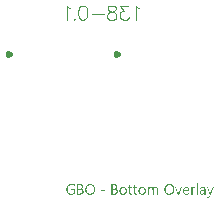
<source format=gbo>
G04*
G04 #@! TF.GenerationSoftware,Altium Limited,Altium Designer,22.11.1 (43)*
G04*
G04 Layer_Color=32896*
%FSLAX44Y44*%
%MOMM*%
G71*
G04*
G04 #@! TF.SameCoordinates,218574FE-C399-4EC2-8256-894566C44971*
G04*
G04*
G04 #@! TF.FilePolarity,Positive*
G04*
G01*
G75*
%ADD27C,0.4001*%
%ADD28C,0.1200*%
G36*
X711144Y449698D02*
X711270Y449690D01*
X711419Y449683D01*
X711576Y449667D01*
X711756Y449643D01*
X711945Y449620D01*
X712141Y449588D01*
X712345Y449549D01*
X712549Y449502D01*
X712753Y449447D01*
X712957Y449384D01*
X713161Y449314D01*
X713350Y449227D01*
X713350Y448074D01*
X713334Y448081D01*
X713302Y448105D01*
X713240Y448136D01*
X713161Y448183D01*
X713051Y448231D01*
X712926Y448293D01*
X712784Y448348D01*
X712620Y448419D01*
X712447Y448482D01*
X712251Y448544D01*
X712039Y448599D01*
X711811Y448646D01*
X711568Y448694D01*
X711317Y448725D01*
X711058Y448749D01*
X710783Y448756D01*
X710720Y448756D01*
X710642Y448749D01*
X710532Y448741D01*
X710406Y448725D01*
X710257Y448701D01*
X710092Y448670D01*
X709912Y448631D01*
X709724Y448576D01*
X709527Y448505D01*
X709323Y448419D01*
X709111Y448317D01*
X708907Y448199D01*
X708711Y448066D01*
X708515Y447901D01*
X708326Y447720D01*
X708319Y447713D01*
X708287Y447673D01*
X708240Y447618D01*
X708177Y447532D01*
X708107Y447430D01*
X708020Y447312D01*
X707934Y447163D01*
X707848Y446998D01*
X707761Y446818D01*
X707675Y446614D01*
X707589Y446394D01*
X707518Y446158D01*
X707455Y445907D01*
X707408Y445640D01*
X707377Y445350D01*
X707369Y445052D01*
X707369Y445044D01*
X707369Y445036D01*
X707369Y445013D01*
X707369Y444981D01*
X707369Y444934D01*
X707377Y444887D01*
X707385Y444769D01*
X707392Y444628D01*
X707416Y444463D01*
X707439Y444283D01*
X707479Y444086D01*
X707526Y443875D01*
X707589Y443655D01*
X707659Y443435D01*
X707746Y443207D01*
X707848Y442988D01*
X707965Y442776D01*
X708099Y442572D01*
X708256Y442383D01*
X708264Y442375D01*
X708295Y442344D01*
X708350Y442297D01*
X708421Y442234D01*
X708507Y442164D01*
X708617Y442077D01*
X708742Y441991D01*
X708892Y441904D01*
X709056Y441810D01*
X709237Y441724D01*
X709433Y441646D01*
X709653Y441567D01*
X709880Y441504D01*
X710132Y441457D01*
X710391Y441426D01*
X710673Y441418D01*
X710775Y441418D01*
X710846Y441426D01*
X710940Y441434D01*
X711042Y441441D01*
X711160Y441449D01*
X711293Y441473D01*
X711427Y441488D01*
X711576Y441520D01*
X711874Y441591D01*
X712031Y441638D01*
X712180Y441700D01*
X712329Y441763D01*
X712478Y441834D01*
X712478Y444338D01*
X710524Y444338D01*
X710524Y445287D01*
X713530Y445287D01*
X713530Y441237D01*
X713514Y441230D01*
X713467Y441206D01*
X713397Y441167D01*
X713295Y441120D01*
X713169Y441065D01*
X713020Y441002D01*
X712847Y440931D01*
X712651Y440861D01*
X712439Y440790D01*
X712204Y440719D01*
X711960Y440657D01*
X711701Y440602D01*
X711427Y440555D01*
X711136Y440515D01*
X710846Y440492D01*
X710540Y440484D01*
X710453Y440484D01*
X710414Y440492D01*
X710359Y440492D01*
X710296Y440500D01*
X710226Y440500D01*
X710061Y440523D01*
X709873Y440547D01*
X709669Y440586D01*
X709441Y440641D01*
X709198Y440704D01*
X708947Y440782D01*
X708688Y440884D01*
X708428Y441002D01*
X708169Y441143D01*
X707918Y441308D01*
X707675Y441496D01*
X707447Y441708D01*
X707432Y441724D01*
X707400Y441763D01*
X707337Y441834D01*
X707267Y441936D01*
X707173Y442054D01*
X707078Y442203D01*
X706969Y442383D01*
X706859Y442579D01*
X706749Y442799D01*
X706639Y443050D01*
X706545Y443317D01*
X706451Y443608D01*
X706380Y443914D01*
X706317Y444251D01*
X706286Y444604D01*
X706270Y444973D01*
X706270Y444981D01*
X706270Y444997D01*
X706270Y445028D01*
X706270Y445067D01*
X706278Y445115D01*
X706278Y445177D01*
X706286Y445240D01*
X706294Y445319D01*
X706301Y445405D01*
X706309Y445491D01*
X706341Y445695D01*
X706380Y445931D01*
X706435Y446174D01*
X706506Y446441D01*
X706592Y446716D01*
X706694Y446998D01*
X706820Y447281D01*
X706976Y447563D01*
X707149Y447846D01*
X707353Y448113D01*
X707581Y448372D01*
X707597Y448387D01*
X707644Y448427D01*
X707714Y448497D01*
X707816Y448584D01*
X707950Y448678D01*
X708099Y448796D01*
X708279Y448913D01*
X708491Y449039D01*
X708719Y449165D01*
X708970Y449282D01*
X709237Y449400D01*
X709535Y449494D01*
X709849Y449580D01*
X710179Y449651D01*
X710532Y449690D01*
X710901Y449706D01*
X711042Y449706D01*
X711144Y449698D01*
X711144Y449698D02*
G37*
G36*
X782378Y447147D02*
X782425Y447147D01*
X782480Y447140D01*
X782613Y447116D01*
X782770Y447077D01*
X782951Y447022D01*
X783139Y446936D01*
X783335Y446833D01*
X783438Y446763D01*
X783532Y446692D01*
X783626Y446614D01*
X783720Y446520D01*
X783814Y446417D01*
X783901Y446308D01*
X783979Y446190D01*
X784058Y446056D01*
X784128Y445915D01*
X784191Y445758D01*
X784246Y445593D01*
X784301Y445413D01*
X784332Y445224D01*
X784364Y445013D01*
X784379Y444793D01*
X784387Y444557D01*
X784387Y440633D01*
X783367Y440633D01*
X783367Y444291D01*
X783367Y444306D01*
X783367Y444338D01*
X783367Y444393D01*
X783359Y444463D01*
X783359Y444549D01*
X783351Y444651D01*
X783343Y444761D01*
X783328Y444879D01*
X783288Y445130D01*
X783226Y445381D01*
X783194Y445507D01*
X783147Y445617D01*
X783092Y445727D01*
X783037Y445821D01*
X783037Y445829D01*
X783021Y445844D01*
X783006Y445868D01*
X782974Y445892D01*
X782943Y445931D01*
X782896Y445970D01*
X782841Y446009D01*
X782778Y446056D01*
X782708Y446104D01*
X782629Y446143D01*
X782535Y446182D01*
X782441Y446221D01*
X782331Y446245D01*
X782205Y446268D01*
X782080Y446284D01*
X781938Y446292D01*
X781876Y446292D01*
X781829Y446284D01*
X781774Y446276D01*
X781711Y446260D01*
X781554Y446221D01*
X781468Y446190D01*
X781381Y446143D01*
X781287Y446096D01*
X781201Y446041D01*
X781106Y445970D01*
X781012Y445892D01*
X780918Y445797D01*
X780832Y445695D01*
X780824Y445687D01*
X780816Y445672D01*
X780792Y445633D01*
X780761Y445593D01*
X780730Y445531D01*
X780691Y445460D01*
X780643Y445381D01*
X780604Y445295D01*
X780565Y445193D01*
X780518Y445083D01*
X780479Y444966D01*
X780447Y444840D01*
X780416Y444706D01*
X780400Y444565D01*
X780384Y444424D01*
X780377Y444267D01*
X780377Y440633D01*
X779356Y440633D01*
X779356Y444416D01*
X779356Y444424D01*
X779356Y444440D01*
X779356Y444463D01*
X779356Y444495D01*
X779348Y444542D01*
X779348Y444589D01*
X779333Y444706D01*
X779309Y444848D01*
X779278Y445013D01*
X779239Y445177D01*
X779176Y445358D01*
X779097Y445531D01*
X779003Y445695D01*
X778885Y445860D01*
X778744Y446002D01*
X778579Y446119D01*
X778485Y446166D01*
X778383Y446213D01*
X778273Y446245D01*
X778163Y446268D01*
X778038Y446284D01*
X777904Y446292D01*
X777841Y446292D01*
X777794Y446284D01*
X777732Y446276D01*
X777669Y446260D01*
X777512Y446221D01*
X777426Y446190D01*
X777339Y446151D01*
X777245Y446111D01*
X777151Y446056D01*
X777057Y445986D01*
X776962Y445915D01*
X776876Y445829D01*
X776790Y445727D01*
X776782Y445719D01*
X776774Y445703D01*
X776750Y445672D01*
X776719Y445625D01*
X776688Y445570D01*
X776656Y445507D01*
X776617Y445429D01*
X776578Y445334D01*
X776531Y445232D01*
X776491Y445122D01*
X776460Y445005D01*
X776429Y444879D01*
X776397Y444738D01*
X776374Y444589D01*
X776366Y444432D01*
X776358Y444267D01*
X776358Y440633D01*
X775338Y440633D01*
X775338Y447006D01*
X776358Y447006D01*
X776358Y445994D01*
X776382Y445994D01*
X776389Y446009D01*
X776413Y446041D01*
X776452Y446104D01*
X776507Y446174D01*
X776578Y446260D01*
X776664Y446362D01*
X776766Y446465D01*
X776884Y446574D01*
X777017Y446684D01*
X777167Y446786D01*
X777331Y446888D01*
X777504Y446975D01*
X777700Y447045D01*
X777912Y447108D01*
X778132Y447140D01*
X778367Y447155D01*
X778430Y447155D01*
X778477Y447147D01*
X778532Y447147D01*
X778603Y447140D01*
X778673Y447124D01*
X778752Y447108D01*
X778932Y447069D01*
X779121Y446998D01*
X779309Y446912D01*
X779403Y446849D01*
X779498Y446786D01*
X779505Y446778D01*
X779521Y446771D01*
X779545Y446747D01*
X779576Y446724D01*
X779662Y446637D01*
X779764Y446535D01*
X779874Y446394D01*
X779984Y446229D01*
X780086Y446041D01*
X780165Y445829D01*
X780173Y445844D01*
X780196Y445884D01*
X780243Y445954D01*
X780298Y446033D01*
X780377Y446135D01*
X780463Y446253D01*
X780573Y446370D01*
X780698Y446496D01*
X780840Y446614D01*
X780997Y446739D01*
X781169Y446849D01*
X781358Y446951D01*
X781570Y447030D01*
X781789Y447100D01*
X782033Y447140D01*
X782284Y447155D01*
X782339Y447155D01*
X782378Y447147D01*
X782378Y447147D02*
G37*
G36*
X815044Y447108D02*
X815130Y447108D01*
X815224Y447092D01*
X815326Y447077D01*
X815428Y447061D01*
X815515Y447030D01*
X815515Y445970D01*
X815499Y445978D01*
X815468Y446002D01*
X815405Y446033D01*
X815319Y446072D01*
X815201Y446111D01*
X815075Y446143D01*
X814918Y446166D01*
X814738Y446174D01*
X814675Y446174D01*
X814628Y446166D01*
X814573Y446158D01*
X814510Y446143D01*
X814361Y446096D01*
X814275Y446064D01*
X814188Y446025D01*
X814094Y445970D01*
X814000Y445915D01*
X813914Y445844D01*
X813820Y445758D01*
X813733Y445664D01*
X813647Y445554D01*
X813639Y445546D01*
X813631Y445523D01*
X813607Y445491D01*
X813576Y445444D01*
X813545Y445381D01*
X813505Y445303D01*
X813466Y445217D01*
X813427Y445115D01*
X813388Y445005D01*
X813348Y444879D01*
X813309Y444738D01*
X813278Y444589D01*
X813247Y444424D01*
X813223Y444251D01*
X813215Y444071D01*
X813207Y443875D01*
X813207Y440633D01*
X812187Y440633D01*
X812187Y447006D01*
X813207Y447006D01*
X813207Y445687D01*
X813231Y445687D01*
X813231Y445695D01*
X813239Y445719D01*
X813254Y445750D01*
X813270Y445797D01*
X813294Y445852D01*
X813325Y445923D01*
X813396Y446072D01*
X813490Y446245D01*
X813607Y446417D01*
X813741Y446582D01*
X813898Y446739D01*
X813906Y446747D01*
X813922Y446755D01*
X813945Y446771D01*
X813976Y446802D01*
X814016Y446826D01*
X814071Y446857D01*
X814188Y446928D01*
X814337Y446998D01*
X814510Y447061D01*
X814698Y447100D01*
X814800Y447108D01*
X814903Y447116D01*
X814965Y447116D01*
X815044Y447108D01*
X815044Y447108D02*
G37*
G36*
X739132Y443780D02*
X735734Y443780D01*
X735734Y444581D01*
X739132Y444581D01*
X739132Y443780D01*
X739132Y443780D02*
G37*
G36*
X828332Y439613D02*
X828332Y439605D01*
X828324Y439589D01*
X828308Y439566D01*
X828292Y439526D01*
X828277Y439479D01*
X828253Y439432D01*
X828190Y439307D01*
X828104Y439157D01*
X828010Y438985D01*
X827892Y438812D01*
X827759Y438624D01*
X827609Y438443D01*
X827445Y438263D01*
X827264Y438090D01*
X827068Y437941D01*
X826856Y437815D01*
X826746Y437768D01*
X826628Y437721D01*
X826511Y437682D01*
X826385Y437658D01*
X826260Y437643D01*
X826126Y437635D01*
X826063Y437635D01*
X825985Y437643D01*
X825891Y437643D01*
X825789Y437658D01*
X825679Y437674D01*
X825561Y437690D01*
X825459Y437721D01*
X825459Y438632D01*
X825475Y438624D01*
X825514Y438616D01*
X825577Y438600D01*
X825655Y438577D01*
X825749Y438553D01*
X825851Y438537D01*
X825961Y438530D01*
X826063Y438522D01*
X826095Y438522D01*
X826134Y438530D01*
X826189Y438537D01*
X826252Y438553D01*
X826330Y438569D01*
X826409Y438600D01*
X826503Y438639D01*
X826589Y438687D01*
X826691Y438749D01*
X826785Y438820D01*
X826880Y438906D01*
X826974Y439016D01*
X827068Y439134D01*
X827146Y439275D01*
X827225Y439440D01*
X827735Y440641D01*
X825247Y447006D01*
X826377Y447006D01*
X828104Y442101D01*
X828104Y442093D01*
X828112Y442077D01*
X828120Y442054D01*
X828135Y442006D01*
X828151Y441944D01*
X828167Y441857D01*
X828198Y441748D01*
X828230Y441614D01*
X828269Y441614D01*
X828269Y441622D01*
X828277Y441646D01*
X828284Y441677D01*
X828300Y441732D01*
X828316Y441795D01*
X828332Y441873D01*
X828363Y441975D01*
X828394Y442085D01*
X830207Y447006D01*
X831259Y447006D01*
X828332Y439613D01*
X828332Y439613D02*
G37*
G36*
X801890Y440633D02*
X800885Y440633D01*
X798475Y447006D01*
X799590Y447006D01*
X801215Y442375D01*
X801215Y442368D01*
X801223Y442352D01*
X801230Y442328D01*
X801246Y442289D01*
X801262Y442242D01*
X801277Y442195D01*
X801309Y442069D01*
X801348Y441936D01*
X801387Y441787D01*
X801411Y441630D01*
X801434Y441481D01*
X801458Y441481D01*
X801458Y441488D01*
X801458Y441504D01*
X801466Y441528D01*
X801474Y441559D01*
X801474Y441606D01*
X801489Y441653D01*
X801505Y441771D01*
X801536Y441904D01*
X801568Y442046D01*
X801615Y442195D01*
X801662Y442344D01*
X803349Y447006D01*
X804425Y447006D01*
X801890Y440633D01*
X801890Y440633D02*
G37*
G36*
X822115Y447147D02*
X822170Y447147D01*
X822225Y447140D01*
X822296Y447132D01*
X822374Y447116D01*
X822539Y447085D01*
X822736Y447030D01*
X822932Y446959D01*
X823144Y446857D01*
X823355Y446731D01*
X823457Y446661D01*
X823560Y446574D01*
X823654Y446480D01*
X823748Y446386D01*
X823834Y446276D01*
X823913Y446151D01*
X823991Y446025D01*
X824062Y445884D01*
X824117Y445727D01*
X824172Y445562D01*
X824211Y445389D01*
X824242Y445193D01*
X824258Y444997D01*
X824266Y444777D01*
X824266Y440633D01*
X823246Y440633D01*
X823246Y441622D01*
X823222Y441622D01*
X823214Y441606D01*
X823191Y441575D01*
X823151Y441520D01*
X823096Y441441D01*
X823026Y441355D01*
X822940Y441261D01*
X822845Y441159D01*
X822728Y441057D01*
X822594Y440947D01*
X822453Y440845D01*
X822288Y440751D01*
X822115Y440664D01*
X821919Y440586D01*
X821715Y440531D01*
X821495Y440500D01*
X821260Y440484D01*
X821166Y440484D01*
X821103Y440492D01*
X821024Y440500D01*
X820930Y440508D01*
X820828Y440523D01*
X820718Y440547D01*
X820475Y440610D01*
X820357Y440649D01*
X820232Y440696D01*
X820106Y440751D01*
X819988Y440821D01*
X819879Y440900D01*
X819769Y440986D01*
X819761Y440994D01*
X819745Y441010D01*
X819722Y441041D01*
X819682Y441080D01*
X819643Y441128D01*
X819604Y441190D01*
X819549Y441261D01*
X819502Y441339D01*
X819455Y441434D01*
X819408Y441536D01*
X819361Y441646D01*
X819321Y441763D01*
X819282Y441889D01*
X819258Y442022D01*
X819243Y442171D01*
X819235Y442321D01*
X819235Y442328D01*
X819235Y442344D01*
X819235Y442368D01*
X819243Y442399D01*
X819243Y442438D01*
X819251Y442485D01*
X819266Y442603D01*
X819298Y442744D01*
X819345Y442901D01*
X819408Y443074D01*
X819502Y443255D01*
X819612Y443435D01*
X819745Y443615D01*
X819831Y443702D01*
X819918Y443788D01*
X820020Y443875D01*
X820122Y443953D01*
X820240Y444031D01*
X820365Y444102D01*
X820499Y444165D01*
X820648Y444228D01*
X820805Y444283D01*
X820969Y444330D01*
X821150Y444369D01*
X821338Y444400D01*
X823246Y444667D01*
X823246Y444675D01*
X823246Y444683D01*
X823246Y444706D01*
X823246Y444738D01*
X823238Y444816D01*
X823222Y444918D01*
X823206Y445044D01*
X823175Y445185D01*
X823136Y445326D01*
X823081Y445484D01*
X823010Y445633D01*
X822924Y445782D01*
X822822Y445915D01*
X822696Y446041D01*
X822539Y446143D01*
X822367Y446221D01*
X822272Y446253D01*
X822162Y446276D01*
X822053Y446284D01*
X821935Y446292D01*
X821880Y446292D01*
X821825Y446284D01*
X821739Y446276D01*
X821637Y446268D01*
X821519Y446253D01*
X821385Y446229D01*
X821244Y446198D01*
X821087Y446151D01*
X820922Y446104D01*
X820750Y446041D01*
X820569Y445962D01*
X820389Y445868D01*
X820208Y445766D01*
X820028Y445648D01*
X819855Y445507D01*
X819855Y446551D01*
X819863Y446559D01*
X819894Y446574D01*
X819949Y446606D01*
X820020Y446645D01*
X820114Y446692D01*
X820216Y446739D01*
X820342Y446794D01*
X820483Y446857D01*
X820632Y446912D01*
X820797Y446967D01*
X820977Y447014D01*
X821166Y447061D01*
X821370Y447100D01*
X821574Y447132D01*
X821794Y447147D01*
X822021Y447155D01*
X822076Y447155D01*
X822115Y447147D01*
X822115Y447147D02*
G37*
G36*
X817642Y440633D02*
X816621Y440633D01*
X816621Y450067D01*
X817642Y450067D01*
X817642Y440633D01*
X817642Y440633D02*
G37*
G36*
X747326Y449549D02*
X747420Y449541D01*
X747530Y449525D01*
X747656Y449510D01*
X747797Y449486D01*
X747938Y449455D01*
X748087Y449416D01*
X748244Y449369D01*
X748393Y449314D01*
X748550Y449251D01*
X748692Y449172D01*
X748833Y449086D01*
X748967Y448984D01*
X748974Y448976D01*
X748998Y448960D01*
X749029Y448929D01*
X749069Y448882D01*
X749123Y448827D01*
X749178Y448756D01*
X749241Y448678D01*
X749304Y448591D01*
X749367Y448489D01*
X749429Y448380D01*
X749484Y448254D01*
X749539Y448128D01*
X749579Y447987D01*
X749610Y447838D01*
X749634Y447681D01*
X749641Y447516D01*
X749641Y447508D01*
X749641Y447485D01*
X749641Y447446D01*
X749634Y447391D01*
X749626Y447320D01*
X749618Y447249D01*
X749610Y447163D01*
X749594Y447069D01*
X749539Y446857D01*
X749469Y446637D01*
X749422Y446520D01*
X749367Y446410D01*
X749304Y446300D01*
X749233Y446190D01*
X749225Y446182D01*
X749218Y446166D01*
X749194Y446135D01*
X749155Y446096D01*
X749116Y446056D01*
X749069Y446002D01*
X749006Y445947D01*
X748943Y445884D01*
X748864Y445821D01*
X748778Y445750D01*
X748684Y445687D01*
X748582Y445617D01*
X748472Y445554D01*
X748362Y445499D01*
X748103Y445397D01*
X748103Y445374D01*
X748111Y445374D01*
X748142Y445366D01*
X748189Y445358D01*
X748252Y445350D01*
X748331Y445334D01*
X748417Y445311D01*
X748519Y445279D01*
X748621Y445248D01*
X748849Y445162D01*
X748974Y445107D01*
X749092Y445036D01*
X749210Y444966D01*
X749327Y444887D01*
X749445Y444793D01*
X749547Y444691D01*
X749555Y444683D01*
X749571Y444667D01*
X749594Y444636D01*
X749634Y444589D01*
X749673Y444526D01*
X749720Y444463D01*
X749767Y444377D01*
X749822Y444291D01*
X749869Y444188D01*
X749916Y444071D01*
X749963Y443953D01*
X750003Y443820D01*
X750042Y443670D01*
X750065Y443521D01*
X750081Y443364D01*
X750089Y443192D01*
X750089Y443176D01*
X750089Y443145D01*
X750081Y443082D01*
X750073Y443003D01*
X750065Y442901D01*
X750042Y442791D01*
X750018Y442666D01*
X749987Y442532D01*
X749940Y442383D01*
X749885Y442234D01*
X749822Y442085D01*
X749743Y441928D01*
X749649Y441771D01*
X749539Y441622D01*
X749414Y441481D01*
X749265Y441339D01*
X749257Y441332D01*
X749225Y441308D01*
X749178Y441277D01*
X749116Y441230D01*
X749037Y441175D01*
X748935Y441120D01*
X748825Y441049D01*
X748700Y440986D01*
X748550Y440923D01*
X748393Y440861D01*
X748229Y440798D01*
X748040Y440743D01*
X747844Y440696D01*
X747640Y440664D01*
X747420Y440641D01*
X747193Y440633D01*
X744595Y440633D01*
X744595Y449557D01*
X747240Y449557D01*
X747326Y449549D01*
X747326Y449549D02*
G37*
G36*
X718333Y449549D02*
X718428Y449541D01*
X718538Y449525D01*
X718663Y449510D01*
X718804Y449486D01*
X718946Y449455D01*
X719095Y449416D01*
X719252Y449369D01*
X719401Y449314D01*
X719558Y449251D01*
X719699Y449172D01*
X719840Y449086D01*
X719974Y448984D01*
X719982Y448976D01*
X720005Y448960D01*
X720036Y448929D01*
X720076Y448882D01*
X720131Y448827D01*
X720186Y448756D01*
X720248Y448678D01*
X720311Y448591D01*
X720374Y448489D01*
X720437Y448380D01*
X720492Y448254D01*
X720547Y448128D01*
X720586Y447987D01*
X720617Y447838D01*
X720641Y447681D01*
X720649Y447516D01*
X720649Y447508D01*
X720649Y447485D01*
X720649Y447446D01*
X720641Y447391D01*
X720633Y447320D01*
X720625Y447249D01*
X720617Y447163D01*
X720602Y447069D01*
X720547Y446857D01*
X720476Y446637D01*
X720429Y446520D01*
X720374Y446410D01*
X720311Y446300D01*
X720241Y446190D01*
X720233Y446182D01*
X720225Y446166D01*
X720201Y446135D01*
X720162Y446096D01*
X720123Y446056D01*
X720076Y446002D01*
X720013Y445947D01*
X719950Y445884D01*
X719872Y445821D01*
X719785Y445750D01*
X719691Y445687D01*
X719589Y445617D01*
X719479Y445554D01*
X719369Y445499D01*
X719110Y445397D01*
X719110Y445374D01*
X719118Y445374D01*
X719150Y445366D01*
X719197Y445358D01*
X719259Y445350D01*
X719338Y445334D01*
X719424Y445311D01*
X719526Y445279D01*
X719628Y445248D01*
X719856Y445162D01*
X719982Y445107D01*
X720099Y445036D01*
X720217Y444966D01*
X720335Y444887D01*
X720452Y444793D01*
X720555Y444691D01*
X720562Y444683D01*
X720578Y444667D01*
X720602Y444636D01*
X720641Y444589D01*
X720680Y444526D01*
X720727Y444463D01*
X720774Y444377D01*
X720829Y444291D01*
X720876Y444188D01*
X720923Y444071D01*
X720971Y443953D01*
X721010Y443820D01*
X721049Y443670D01*
X721072Y443521D01*
X721088Y443364D01*
X721096Y443192D01*
X721096Y443176D01*
X721096Y443145D01*
X721088Y443082D01*
X721080Y443003D01*
X721072Y442901D01*
X721049Y442791D01*
X721025Y442666D01*
X720994Y442532D01*
X720947Y442383D01*
X720892Y442234D01*
X720829Y442085D01*
X720751Y441928D01*
X720657Y441771D01*
X720547Y441622D01*
X720421Y441481D01*
X720272Y441339D01*
X720264Y441332D01*
X720233Y441308D01*
X720186Y441277D01*
X720123Y441230D01*
X720044Y441175D01*
X719942Y441120D01*
X719833Y441049D01*
X719707Y440986D01*
X719558Y440923D01*
X719401Y440861D01*
X719236Y440798D01*
X719048Y440743D01*
X718851Y440696D01*
X718647Y440664D01*
X718428Y440641D01*
X718200Y440633D01*
X715602Y440633D01*
X715602Y449557D01*
X718247Y449557D01*
X718333Y449549D01*
X718333Y449549D02*
G37*
G36*
X764899Y447006D02*
X766508Y447006D01*
X766508Y446127D01*
X764899Y446127D01*
X764899Y442540D01*
X764899Y442532D01*
X764899Y442509D01*
X764899Y442477D01*
X764899Y442438D01*
X764907Y442383D01*
X764915Y442321D01*
X764930Y442187D01*
X764954Y442030D01*
X764993Y441881D01*
X765048Y441740D01*
X765080Y441677D01*
X765119Y441622D01*
X765127Y441614D01*
X765158Y441583D01*
X765213Y441536D01*
X765292Y441488D01*
X765394Y441434D01*
X765519Y441394D01*
X765668Y441363D01*
X765841Y441347D01*
X765904Y441347D01*
X765974Y441355D01*
X766069Y441371D01*
X766171Y441402D01*
X766288Y441434D01*
X766398Y441488D01*
X766508Y441559D01*
X766508Y440688D01*
X766500Y440688D01*
X766492Y440680D01*
X766469Y440672D01*
X766445Y440657D01*
X766359Y440625D01*
X766257Y440594D01*
X766116Y440562D01*
X765951Y440531D01*
X765762Y440508D01*
X765551Y440500D01*
X765480Y440500D01*
X765394Y440515D01*
X765292Y440531D01*
X765166Y440555D01*
X765025Y440602D01*
X764868Y440657D01*
X764719Y440735D01*
X764562Y440829D01*
X764405Y440955D01*
X764263Y441104D01*
X764201Y441190D01*
X764138Y441284D01*
X764083Y441386D01*
X764036Y441496D01*
X763989Y441614D01*
X763949Y441748D01*
X763918Y441881D01*
X763895Y442030D01*
X763887Y442187D01*
X763879Y442360D01*
X763879Y446127D01*
X762788Y446127D01*
X762788Y447006D01*
X763879Y447006D01*
X763879Y448560D01*
X764899Y448890D01*
X764899Y447006D01*
X764899Y447006D02*
G37*
G36*
X760582Y447006D02*
X762191Y447006D01*
X762191Y446127D01*
X760582Y446127D01*
X760582Y442540D01*
X760582Y442532D01*
X760582Y442509D01*
X760582Y442477D01*
X760582Y442438D01*
X760590Y442383D01*
X760598Y442321D01*
X760614Y442187D01*
X760637Y442030D01*
X760677Y441881D01*
X760732Y441740D01*
X760763Y441677D01*
X760802Y441622D01*
X760810Y441614D01*
X760841Y441583D01*
X760896Y441536D01*
X760975Y441488D01*
X761077Y441434D01*
X761202Y441394D01*
X761352Y441363D01*
X761524Y441347D01*
X761587Y441347D01*
X761658Y441355D01*
X761752Y441371D01*
X761854Y441402D01*
X761972Y441434D01*
X762082Y441488D01*
X762191Y441559D01*
X762191Y440688D01*
X762184Y440688D01*
X762176Y440680D01*
X762152Y440672D01*
X762129Y440657D01*
X762042Y440625D01*
X761940Y440594D01*
X761799Y440562D01*
X761634Y440531D01*
X761446Y440508D01*
X761234Y440500D01*
X761163Y440500D01*
X761077Y440515D01*
X760975Y440531D01*
X760849Y440555D01*
X760708Y440602D01*
X760551Y440657D01*
X760402Y440735D01*
X760245Y440829D01*
X760088Y440955D01*
X759947Y441104D01*
X759884Y441190D01*
X759821Y441284D01*
X759766Y441386D01*
X759719Y441496D01*
X759672Y441614D01*
X759633Y441748D01*
X759601Y441881D01*
X759578Y442030D01*
X759570Y442187D01*
X759562Y442360D01*
X759562Y446127D01*
X758471Y446127D01*
X758471Y447006D01*
X759562Y447006D01*
X759562Y448560D01*
X760582Y448890D01*
X760582Y447006D01*
X760582Y447006D02*
G37*
G36*
X808145Y447147D02*
X808231Y447140D01*
X808341Y447132D01*
X808459Y447116D01*
X808592Y447085D01*
X808734Y447053D01*
X808891Y447014D01*
X809047Y446959D01*
X809204Y446888D01*
X809369Y446810D01*
X809526Y446716D01*
X809675Y446606D01*
X809825Y446480D01*
X809958Y446339D01*
X809966Y446331D01*
X809989Y446300D01*
X810021Y446253D01*
X810068Y446190D01*
X810115Y446111D01*
X810178Y446009D01*
X810240Y445892D01*
X810303Y445758D01*
X810366Y445601D01*
X810429Y445436D01*
X810492Y445248D01*
X810539Y445052D01*
X810586Y444832D01*
X810617Y444604D01*
X810641Y444353D01*
X810649Y444094D01*
X810649Y443561D01*
X806143Y443561D01*
X806143Y443545D01*
X806143Y443513D01*
X806151Y443459D01*
X806159Y443388D01*
X806167Y443294D01*
X806183Y443192D01*
X806199Y443082D01*
X806230Y442956D01*
X806301Y442689D01*
X806348Y442556D01*
X806403Y442415D01*
X806465Y442281D01*
X806536Y442148D01*
X806622Y442030D01*
X806717Y441912D01*
X806724Y441904D01*
X806740Y441889D01*
X806771Y441857D01*
X806818Y441826D01*
X806873Y441779D01*
X806944Y441732D01*
X807023Y441677D01*
X807109Y441630D01*
X807211Y441575D01*
X807329Y441520D01*
X807446Y441473D01*
X807588Y441426D01*
X807729Y441394D01*
X807886Y441363D01*
X808051Y441347D01*
X808223Y441339D01*
X808270Y441339D01*
X808325Y441347D01*
X808404Y441347D01*
X808498Y441363D01*
X808608Y441379D01*
X808734Y441402D01*
X808875Y441426D01*
X809024Y441465D01*
X809181Y441512D01*
X809346Y441567D01*
X809511Y441638D01*
X809683Y441716D01*
X809856Y441810D01*
X810029Y441920D01*
X810201Y442046D01*
X810201Y441088D01*
X810193Y441080D01*
X810162Y441065D01*
X810115Y441033D01*
X810052Y440994D01*
X809966Y440947D01*
X809864Y440900D01*
X809746Y440845D01*
X809613Y440790D01*
X809456Y440727D01*
X809291Y440672D01*
X809110Y440625D01*
X808914Y440578D01*
X808702Y440539D01*
X808475Y440508D01*
X808231Y440492D01*
X807980Y440484D01*
X807917Y440484D01*
X807855Y440492D01*
X807760Y440500D01*
X807643Y440508D01*
X807509Y440531D01*
X807368Y440555D01*
X807211Y440594D01*
X807046Y440641D01*
X806873Y440696D01*
X806693Y440766D01*
X806520Y440845D01*
X806340Y440947D01*
X806175Y441065D01*
X806010Y441198D01*
X805861Y441347D01*
X805853Y441355D01*
X805830Y441386D01*
X805790Y441441D01*
X805743Y441512D01*
X805680Y441598D01*
X805618Y441708D01*
X805547Y441834D01*
X805476Y441983D01*
X805406Y442140D01*
X805335Y442328D01*
X805272Y442524D01*
X805210Y442744D01*
X805162Y442980D01*
X805123Y443231D01*
X805100Y443506D01*
X805092Y443788D01*
X805092Y443796D01*
X805092Y443804D01*
X805092Y443827D01*
X805092Y443851D01*
X805100Y443929D01*
X805107Y444039D01*
X805115Y444165D01*
X805139Y444306D01*
X805162Y444471D01*
X805194Y444651D01*
X805241Y444840D01*
X805296Y445036D01*
X805367Y445240D01*
X805445Y445444D01*
X805539Y445640D01*
X805657Y445844D01*
X805782Y446033D01*
X805932Y446213D01*
X805939Y446221D01*
X805971Y446253D01*
X806018Y446300D01*
X806081Y446362D01*
X806167Y446433D01*
X806269Y446512D01*
X806379Y446598D01*
X806512Y446684D01*
X806654Y446771D01*
X806818Y446857D01*
X806991Y446936D01*
X807172Y447006D01*
X807368Y447069D01*
X807580Y447116D01*
X807800Y447147D01*
X808027Y447155D01*
X808082Y447155D01*
X808145Y447147D01*
X808145Y447147D02*
G37*
G36*
X793821Y449698D02*
X793876Y449698D01*
X793931Y449690D01*
X794002Y449690D01*
X794159Y449667D01*
X794339Y449643D01*
X794543Y449604D01*
X794763Y449549D01*
X794991Y449486D01*
X795234Y449400D01*
X795477Y449298D01*
X795728Y449180D01*
X795980Y449039D01*
X796215Y448874D01*
X796451Y448678D01*
X796670Y448458D01*
X796686Y448442D01*
X796717Y448403D01*
X796772Y448332D01*
X796851Y448231D01*
X796929Y448105D01*
X797031Y447956D01*
X797133Y447783D01*
X797235Y447587D01*
X797337Y447359D01*
X797439Y447116D01*
X797542Y446849D01*
X797628Y446559D01*
X797698Y446245D01*
X797753Y445915D01*
X797785Y445570D01*
X797801Y445201D01*
X797801Y445193D01*
X797801Y445177D01*
X797801Y445146D01*
X797801Y445107D01*
X797793Y445052D01*
X797793Y444989D01*
X797785Y444918D01*
X797785Y444840D01*
X797777Y444753D01*
X797769Y444659D01*
X797738Y444447D01*
X797706Y444204D01*
X797659Y443953D01*
X797596Y443678D01*
X797518Y443396D01*
X797424Y443113D01*
X797314Y442823D01*
X797180Y442540D01*
X797023Y442258D01*
X796843Y441999D01*
X796639Y441748D01*
X796623Y441732D01*
X796584Y441693D01*
X796521Y441630D01*
X796427Y441551D01*
X796309Y441457D01*
X796168Y441347D01*
X796011Y441237D01*
X795823Y441120D01*
X795611Y441002D01*
X795375Y440884D01*
X795124Y440774D01*
X794849Y440680D01*
X794551Y440602D01*
X794237Y440539D01*
X793900Y440500D01*
X793547Y440484D01*
X793460Y440484D01*
X793421Y440492D01*
X793366Y440492D01*
X793303Y440500D01*
X793233Y440508D01*
X793068Y440523D01*
X792887Y440547D01*
X792675Y440586D01*
X792456Y440641D01*
X792212Y440704D01*
X791969Y440790D01*
X791718Y440892D01*
X791459Y441010D01*
X791208Y441151D01*
X790964Y441324D01*
X790721Y441512D01*
X790501Y441732D01*
X790486Y441748D01*
X790454Y441787D01*
X790399Y441857D01*
X790321Y441959D01*
X790234Y442085D01*
X790140Y442234D01*
X790038Y442407D01*
X789936Y442611D01*
X789826Y442831D01*
X789724Y443074D01*
X789630Y443341D01*
X789544Y443631D01*
X789465Y443945D01*
X789410Y444275D01*
X789379Y444620D01*
X789363Y444989D01*
X789363Y444997D01*
X789363Y445013D01*
X789363Y445044D01*
X789363Y445083D01*
X789371Y445138D01*
X789371Y445193D01*
X789379Y445264D01*
X789379Y445342D01*
X789387Y445429D01*
X789402Y445531D01*
X789426Y445735D01*
X789457Y445970D01*
X789512Y446221D01*
X789567Y446496D01*
X789646Y446771D01*
X789740Y447053D01*
X789850Y447344D01*
X789983Y447626D01*
X790140Y447901D01*
X790321Y448168D01*
X790525Y448419D01*
X790540Y448434D01*
X790580Y448474D01*
X790642Y448537D01*
X790737Y448623D01*
X790854Y448717D01*
X791004Y448827D01*
X791168Y448945D01*
X791357Y449062D01*
X791577Y449180D01*
X791812Y449298D01*
X792071Y449408D01*
X792354Y449502D01*
X792660Y449588D01*
X792981Y449651D01*
X793327Y449690D01*
X793696Y449706D01*
X793774Y449706D01*
X793821Y449698D01*
X793821Y449698D02*
G37*
G36*
X770817Y447147D02*
X770919Y447140D01*
X771037Y447132D01*
X771178Y447108D01*
X771327Y447085D01*
X771492Y447045D01*
X771673Y446998D01*
X771853Y446943D01*
X772033Y446873D01*
X772222Y446786D01*
X772402Y446684D01*
X772583Y446567D01*
X772748Y446433D01*
X772905Y446276D01*
X772913Y446268D01*
X772936Y446237D01*
X772975Y446182D01*
X773030Y446111D01*
X773093Y446025D01*
X773156Y445915D01*
X773234Y445790D01*
X773305Y445640D01*
X773383Y445476D01*
X773454Y445295D01*
X773517Y445099D01*
X773580Y444879D01*
X773635Y444644D01*
X773674Y444393D01*
X773697Y444126D01*
X773705Y443843D01*
X773705Y443835D01*
X773705Y443827D01*
X773705Y443804D01*
X773705Y443773D01*
X773697Y443694D01*
X773690Y443592D01*
X773682Y443459D01*
X773658Y443309D01*
X773635Y443145D01*
X773595Y442964D01*
X773548Y442776D01*
X773493Y442572D01*
X773423Y442368D01*
X773344Y442164D01*
X773242Y441959D01*
X773124Y441763D01*
X772991Y441575D01*
X772842Y441394D01*
X772834Y441386D01*
X772803Y441355D01*
X772756Y441308D01*
X772685Y441253D01*
X772599Y441182D01*
X772497Y441104D01*
X772371Y441026D01*
X772230Y440939D01*
X772073Y440853D01*
X771900Y440774D01*
X771712Y440696D01*
X771508Y440625D01*
X771280Y440570D01*
X771045Y440523D01*
X770801Y440492D01*
X770534Y440484D01*
X770472Y440484D01*
X770401Y440492D01*
X770299Y440500D01*
X770181Y440508D01*
X770040Y440531D01*
X769891Y440555D01*
X769726Y440594D01*
X769546Y440641D01*
X769365Y440704D01*
X769177Y440774D01*
X768988Y440861D01*
X768800Y440963D01*
X768612Y441080D01*
X768439Y441214D01*
X768274Y441371D01*
X768266Y441379D01*
X768235Y441410D01*
X768195Y441465D01*
X768141Y441536D01*
X768078Y441622D01*
X768007Y441732D01*
X767936Y441857D01*
X767858Y442006D01*
X767780Y442164D01*
X767701Y442344D01*
X767630Y442540D01*
X767568Y442752D01*
X767513Y442972D01*
X767474Y443215D01*
X767442Y443474D01*
X767434Y443741D01*
X767434Y443749D01*
X767434Y443757D01*
X767434Y443780D01*
X767434Y443812D01*
X767442Y443898D01*
X767450Y444008D01*
X767458Y444141D01*
X767481Y444298D01*
X767505Y444471D01*
X767544Y444659D01*
X767591Y444856D01*
X767646Y445060D01*
X767717Y445272D01*
X767803Y445484D01*
X767905Y445687D01*
X768015Y445884D01*
X768148Y446072D01*
X768305Y446253D01*
X768313Y446260D01*
X768345Y446292D01*
X768400Y446339D01*
X768470Y446394D01*
X768557Y446465D01*
X768667Y446535D01*
X768792Y446622D01*
X768933Y446708D01*
X769090Y446786D01*
X769271Y446873D01*
X769467Y446943D01*
X769679Y447014D01*
X769906Y447069D01*
X770150Y447116D01*
X770409Y447147D01*
X770684Y447155D01*
X770746Y447155D01*
X770817Y447147D01*
X770817Y447147D02*
G37*
G36*
X754712Y447147D02*
X754814Y447140D01*
X754931Y447132D01*
X755073Y447108D01*
X755222Y447085D01*
X755387Y447045D01*
X755567Y446998D01*
X755748Y446943D01*
X755928Y446873D01*
X756116Y446786D01*
X756297Y446684D01*
X756478Y446567D01*
X756642Y446433D01*
X756799Y446276D01*
X756807Y446268D01*
X756831Y446237D01*
X756870Y446182D01*
X756925Y446111D01*
X756988Y446025D01*
X757050Y445915D01*
X757129Y445790D01*
X757200Y445640D01*
X757278Y445476D01*
X757349Y445295D01*
X757412Y445099D01*
X757474Y444879D01*
X757529Y444644D01*
X757569Y444393D01*
X757592Y444126D01*
X757600Y443843D01*
X757600Y443835D01*
X757600Y443827D01*
X757600Y443804D01*
X757600Y443773D01*
X757592Y443694D01*
X757584Y443592D01*
X757576Y443459D01*
X757553Y443309D01*
X757529Y443145D01*
X757490Y442964D01*
X757443Y442776D01*
X757388Y442572D01*
X757317Y442368D01*
X757239Y442164D01*
X757137Y441959D01*
X757019Y441763D01*
X756886Y441575D01*
X756737Y441394D01*
X756729Y441386D01*
X756697Y441355D01*
X756650Y441308D01*
X756580Y441253D01*
X756493Y441182D01*
X756391Y441104D01*
X756266Y441026D01*
X756124Y440939D01*
X755967Y440853D01*
X755795Y440774D01*
X755606Y440696D01*
X755402Y440625D01*
X755175Y440570D01*
X754939Y440523D01*
X754696Y440492D01*
X754429Y440484D01*
X754366Y440484D01*
X754296Y440492D01*
X754194Y440500D01*
X754076Y440508D01*
X753935Y440531D01*
X753785Y440555D01*
X753621Y440594D01*
X753440Y440641D01*
X753260Y440704D01*
X753071Y440774D01*
X752883Y440861D01*
X752695Y440963D01*
X752506Y441080D01*
X752334Y441214D01*
X752169Y441371D01*
X752161Y441379D01*
X752130Y441410D01*
X752090Y441465D01*
X752035Y441536D01*
X751973Y441622D01*
X751902Y441732D01*
X751831Y441857D01*
X751753Y442006D01*
X751674Y442164D01*
X751596Y442344D01*
X751525Y442540D01*
X751462Y442752D01*
X751407Y442972D01*
X751368Y443215D01*
X751337Y443474D01*
X751329Y443741D01*
X751329Y443749D01*
X751329Y443757D01*
X751329Y443780D01*
X751329Y443812D01*
X751337Y443898D01*
X751345Y444008D01*
X751352Y444141D01*
X751376Y444298D01*
X751400Y444471D01*
X751439Y444659D01*
X751486Y444856D01*
X751541Y445060D01*
X751611Y445272D01*
X751698Y445484D01*
X751800Y445687D01*
X751910Y445884D01*
X752043Y446072D01*
X752200Y446253D01*
X752208Y446260D01*
X752239Y446292D01*
X752294Y446339D01*
X752365Y446394D01*
X752451Y446465D01*
X752561Y446535D01*
X752687Y446622D01*
X752828Y446708D01*
X752985Y446786D01*
X753166Y446873D01*
X753362Y446943D01*
X753574Y447014D01*
X753801Y447069D01*
X754044Y447116D01*
X754304Y447147D01*
X754578Y447155D01*
X754641Y447155D01*
X754712Y447147D01*
X754712Y447147D02*
G37*
G36*
X726778Y449698D02*
X726833Y449698D01*
X726888Y449690D01*
X726959Y449690D01*
X727116Y449667D01*
X727297Y449643D01*
X727501Y449604D01*
X727720Y449549D01*
X727948Y449486D01*
X728191Y449400D01*
X728435Y449298D01*
X728686Y449180D01*
X728937Y449039D01*
X729172Y448874D01*
X729408Y448678D01*
X729628Y448458D01*
X729643Y448442D01*
X729675Y448403D01*
X729730Y448332D01*
X729808Y448231D01*
X729886Y448105D01*
X729989Y447956D01*
X730091Y447783D01*
X730193Y447587D01*
X730295Y447359D01*
X730397Y447116D01*
X730499Y446849D01*
X730585Y446559D01*
X730656Y446245D01*
X730711Y445915D01*
X730742Y445570D01*
X730758Y445201D01*
X730758Y445193D01*
X730758Y445177D01*
X730758Y445146D01*
X730758Y445107D01*
X730750Y445052D01*
X730750Y444989D01*
X730742Y444918D01*
X730742Y444840D01*
X730734Y444753D01*
X730726Y444659D01*
X730695Y444447D01*
X730664Y444204D01*
X730616Y443953D01*
X730554Y443678D01*
X730475Y443396D01*
X730381Y443113D01*
X730271Y442823D01*
X730138Y442540D01*
X729981Y442258D01*
X729800Y441999D01*
X729596Y441748D01*
X729580Y441732D01*
X729541Y441693D01*
X729478Y441630D01*
X729384Y441551D01*
X729267Y441457D01*
X729125Y441347D01*
X728968Y441237D01*
X728780Y441120D01*
X728568Y441002D01*
X728333Y440884D01*
X728081Y440774D01*
X727807Y440680D01*
X727508Y440602D01*
X727195Y440539D01*
X726857Y440500D01*
X726504Y440484D01*
X726417Y440484D01*
X726378Y440492D01*
X726323Y440492D01*
X726261Y440500D01*
X726190Y440508D01*
X726025Y440523D01*
X725844Y440547D01*
X725633Y440586D01*
X725413Y440641D01*
X725170Y440704D01*
X724926Y440790D01*
X724675Y440892D01*
X724416Y441010D01*
X724165Y441151D01*
X723922Y441324D01*
X723678Y441512D01*
X723458Y441732D01*
X723443Y441748D01*
X723411Y441787D01*
X723356Y441857D01*
X723278Y441959D01*
X723192Y442085D01*
X723098Y442234D01*
X722996Y442407D01*
X722893Y442611D01*
X722784Y442831D01*
X722682Y443074D01*
X722587Y443341D01*
X722501Y443631D01*
X722422Y443945D01*
X722368Y444275D01*
X722336Y444620D01*
X722320Y444989D01*
X722320Y444997D01*
X722320Y445013D01*
X722320Y445044D01*
X722320Y445083D01*
X722328Y445138D01*
X722328Y445193D01*
X722336Y445264D01*
X722336Y445342D01*
X722344Y445429D01*
X722360Y445531D01*
X722383Y445735D01*
X722415Y445970D01*
X722470Y446221D01*
X722524Y446496D01*
X722603Y446771D01*
X722697Y447053D01*
X722807Y447344D01*
X722941Y447626D01*
X723098Y447901D01*
X723278Y448168D01*
X723482Y448419D01*
X723498Y448434D01*
X723537Y448474D01*
X723600Y448537D01*
X723694Y448623D01*
X723812Y448717D01*
X723961Y448827D01*
X724126Y448945D01*
X724314Y449062D01*
X724534Y449180D01*
X724769Y449298D01*
X725028Y449408D01*
X725311Y449502D01*
X725617Y449588D01*
X725939Y449651D01*
X726284Y449690D01*
X726653Y449706D01*
X726731Y449706D01*
X726778Y449698D01*
X726778Y449698D02*
G37*
%LPC*%
G36*
X823246Y443851D02*
X821707Y443639D01*
X821699Y443639D01*
X821676Y443631D01*
X821637Y443631D01*
X821590Y443623D01*
X821535Y443608D01*
X821464Y443592D01*
X821307Y443561D01*
X821134Y443513D01*
X820962Y443451D01*
X820789Y443372D01*
X820711Y443333D01*
X820640Y443286D01*
X820624Y443270D01*
X820585Y443239D01*
X820522Y443176D01*
X820459Y443082D01*
X820397Y442956D01*
X820365Y442886D01*
X820334Y442807D01*
X820310Y442721D01*
X820294Y442619D01*
X820287Y442517D01*
X820279Y442399D01*
X820279Y442391D01*
X820279Y442375D01*
X820279Y442352D01*
X820287Y442321D01*
X820294Y442234D01*
X820318Y442124D01*
X820357Y442006D01*
X820420Y441873D01*
X820499Y441748D01*
X820609Y441630D01*
X820616Y441630D01*
X820624Y441614D01*
X820671Y441583D01*
X820742Y441536D01*
X820844Y441488D01*
X820977Y441434D01*
X821126Y441386D01*
X821307Y441355D01*
X821503Y441339D01*
X821574Y441339D01*
X821629Y441347D01*
X821692Y441355D01*
X821770Y441371D01*
X821849Y441386D01*
X821943Y441410D01*
X822139Y441473D01*
X822241Y441512D01*
X822351Y441567D01*
X822453Y441630D01*
X822555Y441700D01*
X822657Y441779D01*
X822751Y441873D01*
X822759Y441881D01*
X822775Y441897D01*
X822798Y441928D01*
X822830Y441967D01*
X822869Y442022D01*
X822908Y442085D01*
X822955Y442156D01*
X823002Y442242D01*
X823042Y442336D01*
X823089Y442438D01*
X823128Y442548D01*
X823167Y442666D01*
X823198Y442791D01*
X823222Y442925D01*
X823238Y443066D01*
X823246Y443215D01*
X823246Y443851D01*
X823246Y443851D02*
G37*
G36*
X746997Y448607D02*
X745639Y448607D01*
X745639Y445727D01*
X746792Y445727D01*
X746847Y445735D01*
X746918Y445742D01*
X747004Y445750D01*
X747098Y445758D01*
X747200Y445782D01*
X747412Y445829D01*
X747640Y445899D01*
X747750Y445947D01*
X747860Y446002D01*
X747962Y446064D01*
X748056Y446135D01*
X748064Y446143D01*
X748080Y446151D01*
X748103Y446182D01*
X748135Y446213D01*
X748174Y446253D01*
X748213Y446308D01*
X748260Y446370D01*
X748307Y446441D01*
X748346Y446520D01*
X748393Y446606D01*
X748433Y446700D01*
X748472Y446802D01*
X748503Y446920D01*
X748527Y447038D01*
X748543Y447171D01*
X748550Y447304D01*
X748550Y447320D01*
X748550Y447359D01*
X748543Y447422D01*
X748527Y447508D01*
X748496Y447610D01*
X748464Y447720D01*
X748409Y447838D01*
X748339Y447956D01*
X748244Y448081D01*
X748135Y448199D01*
X747993Y448309D01*
X747828Y448403D01*
X747734Y448450D01*
X747632Y448489D01*
X747522Y448521D01*
X747405Y448552D01*
X747279Y448576D01*
X747138Y448591D01*
X746997Y448607D01*
X746997Y448607D02*
G37*
G36*
X746840Y444785D02*
X745639Y444785D01*
X745639Y441575D01*
X747146Y441575D01*
X747208Y441583D01*
X747287Y441591D01*
X747373Y441598D01*
X747475Y441614D01*
X747585Y441630D01*
X747813Y441677D01*
X748048Y441755D01*
X748166Y441810D01*
X748276Y441865D01*
X748378Y441928D01*
X748480Y442006D01*
X748488Y442014D01*
X748503Y442030D01*
X748527Y442054D01*
X748558Y442085D01*
X748598Y442132D01*
X748645Y442187D01*
X748684Y442250D01*
X748739Y442321D01*
X748786Y442407D01*
X748825Y442493D01*
X748872Y442595D01*
X748912Y442697D01*
X748943Y442815D01*
X748967Y442940D01*
X748982Y443066D01*
X748990Y443207D01*
X748990Y443215D01*
X748990Y443223D01*
X748990Y443247D01*
X748982Y443278D01*
X748974Y443357D01*
X748959Y443451D01*
X748927Y443576D01*
X748880Y443710D01*
X748810Y443851D01*
X748723Y444000D01*
X748605Y444141D01*
X748543Y444212D01*
X748464Y444283D01*
X748386Y444353D01*
X748291Y444416D01*
X748189Y444479D01*
X748080Y444542D01*
X747962Y444589D01*
X747836Y444636D01*
X747695Y444683D01*
X747546Y444714D01*
X747389Y444746D01*
X747216Y444769D01*
X747036Y444777D01*
X746840Y444785D01*
X746840Y444785D02*
G37*
G36*
X718004Y448607D02*
X716646Y448607D01*
X716646Y445727D01*
X717800Y445727D01*
X717855Y445735D01*
X717925Y445742D01*
X718012Y445750D01*
X718106Y445758D01*
X718208Y445782D01*
X718420Y445829D01*
X718647Y445899D01*
X718757Y445947D01*
X718867Y446002D01*
X718969Y446064D01*
X719063Y446135D01*
X719071Y446143D01*
X719087Y446151D01*
X719110Y446182D01*
X719142Y446213D01*
X719181Y446253D01*
X719220Y446308D01*
X719267Y446370D01*
X719314Y446441D01*
X719354Y446520D01*
X719401Y446606D01*
X719440Y446700D01*
X719479Y446802D01*
X719511Y446920D01*
X719534Y447038D01*
X719550Y447171D01*
X719558Y447304D01*
X719558Y447320D01*
X719558Y447359D01*
X719550Y447422D01*
X719534Y447508D01*
X719503Y447610D01*
X719471Y447720D01*
X719417Y447838D01*
X719346Y447956D01*
X719252Y448081D01*
X719142Y448199D01*
X719000Y448309D01*
X718836Y448403D01*
X718742Y448450D01*
X718640Y448489D01*
X718530Y448521D01*
X718412Y448552D01*
X718286Y448576D01*
X718145Y448591D01*
X718004Y448607D01*
X718004Y448607D02*
G37*
G36*
X717847Y444785D02*
X716646Y444785D01*
X716646Y441575D01*
X718153Y441575D01*
X718216Y441583D01*
X718294Y441591D01*
X718381Y441598D01*
X718483Y441614D01*
X718592Y441630D01*
X718820Y441677D01*
X719055Y441755D01*
X719173Y441810D01*
X719283Y441865D01*
X719385Y441928D01*
X719487Y442006D01*
X719495Y442014D01*
X719511Y442030D01*
X719534Y442054D01*
X719566Y442085D01*
X719605Y442132D01*
X719652Y442187D01*
X719691Y442250D01*
X719746Y442321D01*
X719793Y442407D01*
X719833Y442493D01*
X719880Y442595D01*
X719919Y442697D01*
X719950Y442815D01*
X719974Y442940D01*
X719989Y443066D01*
X719997Y443207D01*
X719997Y443215D01*
X719997Y443223D01*
X719997Y443247D01*
X719989Y443278D01*
X719982Y443357D01*
X719966Y443451D01*
X719934Y443576D01*
X719887Y443710D01*
X719817Y443851D01*
X719730Y444000D01*
X719613Y444141D01*
X719550Y444212D01*
X719471Y444283D01*
X719393Y444353D01*
X719299Y444416D01*
X719197Y444479D01*
X719087Y444542D01*
X718969Y444589D01*
X718844Y444636D01*
X718702Y444683D01*
X718553Y444714D01*
X718396Y444746D01*
X718223Y444769D01*
X718043Y444777D01*
X717847Y444785D01*
X717847Y444785D02*
G37*
G36*
X808011Y446292D02*
X807941Y446292D01*
X807894Y446284D01*
X807831Y446276D01*
X807753Y446268D01*
X807674Y446253D01*
X807588Y446229D01*
X807392Y446166D01*
X807289Y446127D01*
X807187Y446072D01*
X807085Y446017D01*
X806975Y445947D01*
X806881Y445868D01*
X806779Y445774D01*
X806771Y445766D01*
X806756Y445750D01*
X806732Y445719D01*
X806701Y445680D01*
X806662Y445625D01*
X806614Y445570D01*
X806567Y445491D01*
X806512Y445413D01*
X806458Y445319D01*
X806410Y445217D01*
X806355Y445107D01*
X806308Y444989D01*
X806261Y444856D01*
X806222Y444722D01*
X806183Y444573D01*
X806159Y444424D01*
X809605Y444424D01*
X809605Y444432D01*
X809605Y444463D01*
X809605Y444510D01*
X809597Y444573D01*
X809589Y444644D01*
X809581Y444730D01*
X809566Y444824D01*
X809550Y444926D01*
X809495Y445146D01*
X809416Y445381D01*
X809369Y445491D01*
X809314Y445601D01*
X809252Y445703D01*
X809173Y445797D01*
X809165Y445805D01*
X809157Y445821D01*
X809134Y445844D01*
X809095Y445876D01*
X809055Y445915D01*
X809000Y445954D01*
X808945Y446002D01*
X808875Y446049D01*
X808796Y446088D01*
X808710Y446135D01*
X808608Y446174D01*
X808506Y446213D01*
X808396Y446245D01*
X808278Y446268D01*
X808145Y446284D01*
X808011Y446292D01*
X808011Y446292D02*
G37*
G36*
X793617Y448756D02*
X793554Y448756D01*
X793484Y448749D01*
X793382Y448741D01*
X793264Y448725D01*
X793123Y448701D01*
X792974Y448670D01*
X792809Y448631D01*
X792628Y448576D01*
X792440Y448513D01*
X792252Y448427D01*
X792063Y448332D01*
X791867Y448215D01*
X791686Y448081D01*
X791506Y447924D01*
X791333Y447744D01*
X791325Y447736D01*
X791294Y447697D01*
X791255Y447642D01*
X791200Y447563D01*
X791129Y447461D01*
X791059Y447336D01*
X790980Y447195D01*
X790901Y447030D01*
X790815Y446849D01*
X790737Y446645D01*
X790666Y446425D01*
X790595Y446190D01*
X790540Y445939D01*
X790501Y445664D01*
X790470Y445381D01*
X790462Y445075D01*
X790462Y445067D01*
X790462Y445060D01*
X790462Y445036D01*
X790462Y445005D01*
X790462Y444966D01*
X790470Y444918D01*
X790478Y444801D01*
X790486Y444659D01*
X790509Y444502D01*
X790533Y444322D01*
X790572Y444126D01*
X790611Y443922D01*
X790674Y443702D01*
X790737Y443482D01*
X790823Y443262D01*
X790917Y443042D01*
X791035Y442823D01*
X791168Y442619D01*
X791318Y442422D01*
X791325Y442415D01*
X791357Y442383D01*
X791404Y442328D01*
X791475Y442266D01*
X791561Y442187D01*
X791663Y442109D01*
X791781Y442014D01*
X791914Y441920D01*
X792071Y441826D01*
X792236Y441740D01*
X792424Y441653D01*
X792620Y441575D01*
X792832Y441512D01*
X793060Y441465D01*
X793295Y441426D01*
X793547Y441418D01*
X793609Y441418D01*
X793688Y441426D01*
X793790Y441434D01*
X793915Y441449D01*
X794057Y441465D01*
X794214Y441496D01*
X794386Y441536D01*
X794567Y441591D01*
X794755Y441653D01*
X794951Y441732D01*
X795140Y441826D01*
X795336Y441928D01*
X795517Y442062D01*
X795697Y442211D01*
X795862Y442375D01*
X795870Y442383D01*
X795901Y442422D01*
X795940Y442477D01*
X795995Y442556D01*
X796058Y442650D01*
X796129Y442768D01*
X796207Y442909D01*
X796286Y443074D01*
X796364Y443255D01*
X796443Y443451D01*
X796513Y443670D01*
X796576Y443914D01*
X796631Y444173D01*
X796670Y444447D01*
X796702Y444746D01*
X796710Y445060D01*
X796710Y445067D01*
X796710Y445083D01*
X796710Y445107D01*
X796710Y445138D01*
X796710Y445177D01*
X796702Y445232D01*
X796694Y445350D01*
X796686Y445499D01*
X796662Y445672D01*
X796639Y445860D01*
X796608Y446064D01*
X796560Y446276D01*
X796505Y446504D01*
X796443Y446731D01*
X796364Y446959D01*
X796270Y447179D01*
X796160Y447398D01*
X796034Y447603D01*
X795885Y447791D01*
X795878Y447799D01*
X795846Y447830D01*
X795799Y447877D01*
X795736Y447940D01*
X795650Y448019D01*
X795548Y448097D01*
X795430Y448183D01*
X795297Y448278D01*
X795140Y448364D01*
X794967Y448450D01*
X794787Y448537D01*
X794583Y448607D01*
X794363Y448670D01*
X794127Y448717D01*
X793884Y448749D01*
X793617Y448756D01*
X793617Y448756D02*
G37*
G36*
X770605Y446292D02*
X770566Y446292D01*
X770511Y446284D01*
X770440Y446284D01*
X770362Y446268D01*
X770268Y446260D01*
X770158Y446237D01*
X770040Y446205D01*
X769922Y446174D01*
X769797Y446127D01*
X769663Y446072D01*
X769538Y446009D01*
X769404Y445931D01*
X769279Y445844D01*
X769161Y445742D01*
X769051Y445625D01*
X769043Y445617D01*
X769027Y445593D01*
X768996Y445554D01*
X768965Y445499D01*
X768918Y445436D01*
X768870Y445350D01*
X768816Y445256D01*
X768768Y445146D01*
X768714Y445020D01*
X768659Y444879D01*
X768612Y444730D01*
X768564Y444565D01*
X768533Y444385D01*
X768502Y444196D01*
X768486Y443992D01*
X768478Y443780D01*
X768478Y443765D01*
X768478Y443733D01*
X768486Y443670D01*
X768486Y443592D01*
X768494Y443498D01*
X768510Y443388D01*
X768525Y443262D01*
X768549Y443129D01*
X768580Y442988D01*
X768619Y442846D01*
X768667Y442697D01*
X768721Y442548D01*
X768784Y442399D01*
X768863Y442258D01*
X768949Y442116D01*
X769051Y441991D01*
X769059Y441983D01*
X769075Y441959D01*
X769114Y441928D01*
X769161Y441889D01*
X769216Y441842D01*
X769286Y441787D01*
X769373Y441724D01*
X769467Y441669D01*
X769569Y441606D01*
X769687Y441544D01*
X769812Y441488D01*
X769954Y441441D01*
X770103Y441402D01*
X770260Y441371D01*
X770424Y441347D01*
X770605Y441339D01*
X770652Y441339D01*
X770699Y441347D01*
X770770Y441347D01*
X770848Y441363D01*
X770943Y441371D01*
X771052Y441394D01*
X771170Y441418D01*
X771288Y441449D01*
X771413Y441496D01*
X771539Y441544D01*
X771665Y441606D01*
X771790Y441677D01*
X771908Y441763D01*
X772026Y441865D01*
X772128Y441975D01*
X772135Y441983D01*
X772151Y442006D01*
X772175Y442046D01*
X772214Y442093D01*
X772253Y442164D01*
X772300Y442242D01*
X772347Y442336D01*
X772394Y442446D01*
X772442Y442572D01*
X772497Y442705D01*
X772536Y442854D01*
X772575Y443019D01*
X772614Y443192D01*
X772638Y443388D01*
X772654Y443592D01*
X772661Y443804D01*
X772661Y443820D01*
X772661Y443859D01*
X772661Y443922D01*
X772654Y444000D01*
X772646Y444102D01*
X772630Y444212D01*
X772614Y444345D01*
X772599Y444479D01*
X772528Y444777D01*
X772489Y444926D01*
X772434Y445083D01*
X772379Y445232D01*
X772300Y445374D01*
X772222Y445515D01*
X772128Y445640D01*
X772120Y445648D01*
X772104Y445672D01*
X772073Y445703D01*
X772026Y445742D01*
X771971Y445790D01*
X771908Y445844D01*
X771829Y445907D01*
X771735Y445970D01*
X771633Y446025D01*
X771523Y446088D01*
X771398Y446143D01*
X771264Y446190D01*
X771115Y446229D01*
X770958Y446260D01*
X770786Y446284D01*
X770605Y446292D01*
X770605Y446292D02*
G37*
G36*
X754500Y446292D02*
X754461Y446292D01*
X754406Y446284D01*
X754335Y446284D01*
X754256Y446268D01*
X754162Y446260D01*
X754052Y446237D01*
X753935Y446205D01*
X753817Y446174D01*
X753691Y446127D01*
X753558Y446072D01*
X753432Y446009D01*
X753299Y445931D01*
X753173Y445844D01*
X753056Y445742D01*
X752946Y445625D01*
X752938Y445617D01*
X752922Y445593D01*
X752891Y445554D01*
X752859Y445499D01*
X752812Y445436D01*
X752765Y445350D01*
X752710Y445256D01*
X752663Y445146D01*
X752608Y445020D01*
X752553Y444879D01*
X752506Y444730D01*
X752459Y444565D01*
X752428Y444385D01*
X752396Y444196D01*
X752381Y443992D01*
X752373Y443780D01*
X752373Y443765D01*
X752373Y443733D01*
X752381Y443670D01*
X752381Y443592D01*
X752389Y443498D01*
X752404Y443388D01*
X752420Y443262D01*
X752443Y443129D01*
X752475Y442988D01*
X752514Y442846D01*
X752561Y442697D01*
X752616Y442548D01*
X752679Y442399D01*
X752757Y442258D01*
X752844Y442116D01*
X752946Y441991D01*
X752954Y441983D01*
X752969Y441959D01*
X753008Y441928D01*
X753056Y441889D01*
X753111Y441842D01*
X753181Y441787D01*
X753268Y441724D01*
X753362Y441669D01*
X753464Y441606D01*
X753581Y441544D01*
X753707Y441488D01*
X753848Y441441D01*
X753997Y441402D01*
X754154Y441371D01*
X754319Y441347D01*
X754500Y441339D01*
X754547Y441339D01*
X754594Y441347D01*
X754665Y441347D01*
X754743Y441363D01*
X754837Y441371D01*
X754947Y441394D01*
X755065Y441418D01*
X755183Y441449D01*
X755308Y441496D01*
X755434Y441544D01*
X755559Y441606D01*
X755685Y441677D01*
X755803Y441763D01*
X755920Y441865D01*
X756022Y441975D01*
X756030Y441983D01*
X756046Y442006D01*
X756069Y442046D01*
X756109Y442093D01*
X756148Y442164D01*
X756195Y442242D01*
X756242Y442336D01*
X756289Y442446D01*
X756336Y442572D01*
X756391Y442705D01*
X756431Y442854D01*
X756470Y443019D01*
X756509Y443192D01*
X756533Y443388D01*
X756548Y443592D01*
X756556Y443804D01*
X756556Y443820D01*
X756556Y443859D01*
X756556Y443922D01*
X756548Y444000D01*
X756540Y444102D01*
X756525Y444212D01*
X756509Y444345D01*
X756493Y444479D01*
X756423Y444777D01*
X756383Y444926D01*
X756329Y445083D01*
X756273Y445232D01*
X756195Y445374D01*
X756116Y445515D01*
X756022Y445640D01*
X756014Y445648D01*
X755999Y445672D01*
X755967Y445703D01*
X755920Y445742D01*
X755865Y445790D01*
X755803Y445844D01*
X755724Y445907D01*
X755630Y445970D01*
X755528Y446025D01*
X755418Y446088D01*
X755292Y446143D01*
X755159Y446190D01*
X755010Y446229D01*
X754853Y446260D01*
X754680Y446284D01*
X754500Y446292D01*
X754500Y446292D02*
G37*
G36*
X726574Y448756D02*
X726512Y448756D01*
X726441Y448749D01*
X726339Y448741D01*
X726221Y448725D01*
X726080Y448701D01*
X725931Y448670D01*
X725766Y448631D01*
X725585Y448576D01*
X725397Y448513D01*
X725209Y448427D01*
X725020Y448332D01*
X724824Y448215D01*
X724644Y448081D01*
X724463Y447924D01*
X724290Y447744D01*
X724283Y447736D01*
X724251Y447697D01*
X724212Y447642D01*
X724157Y447563D01*
X724086Y447461D01*
X724016Y447336D01*
X723937Y447195D01*
X723859Y447030D01*
X723773Y446849D01*
X723694Y446645D01*
X723623Y446425D01*
X723553Y446190D01*
X723498Y445939D01*
X723458Y445664D01*
X723427Y445381D01*
X723419Y445075D01*
X723419Y445067D01*
X723419Y445060D01*
X723419Y445036D01*
X723419Y445005D01*
X723419Y444966D01*
X723427Y444918D01*
X723435Y444801D01*
X723443Y444659D01*
X723466Y444502D01*
X723490Y444322D01*
X723529Y444126D01*
X723568Y443922D01*
X723631Y443702D01*
X723694Y443482D01*
X723780Y443262D01*
X723875Y443042D01*
X723992Y442823D01*
X724126Y442619D01*
X724275Y442422D01*
X724283Y442415D01*
X724314Y442383D01*
X724361Y442328D01*
X724432Y442266D01*
X724518Y442187D01*
X724620Y442109D01*
X724738Y442014D01*
X724871Y441920D01*
X725028Y441826D01*
X725193Y441740D01*
X725381Y441653D01*
X725578Y441575D01*
X725790Y441512D01*
X726017Y441465D01*
X726253Y441426D01*
X726504Y441418D01*
X726567Y441418D01*
X726645Y441426D01*
X726747Y441434D01*
X726873Y441449D01*
X727014Y441465D01*
X727171Y441496D01*
X727344Y441536D01*
X727524Y441591D01*
X727712Y441653D01*
X727909Y441732D01*
X728097Y441826D01*
X728293Y441928D01*
X728474Y442062D01*
X728654Y442211D01*
X728819Y442375D01*
X728827Y442383D01*
X728858Y442422D01*
X728898Y442477D01*
X728952Y442556D01*
X729015Y442650D01*
X729086Y442768D01*
X729165Y442909D01*
X729243Y443074D01*
X729321Y443255D01*
X729400Y443451D01*
X729471Y443670D01*
X729533Y443914D01*
X729588Y444173D01*
X729628Y444447D01*
X729659Y444746D01*
X729667Y445060D01*
X729667Y445067D01*
X729667Y445083D01*
X729667Y445107D01*
X729667Y445138D01*
X729667Y445177D01*
X729659Y445232D01*
X729651Y445350D01*
X729643Y445499D01*
X729620Y445672D01*
X729596Y445860D01*
X729565Y446064D01*
X729518Y446276D01*
X729463Y446504D01*
X729400Y446731D01*
X729321Y446959D01*
X729227Y447179D01*
X729117Y447398D01*
X728992Y447603D01*
X728843Y447791D01*
X728835Y447799D01*
X728803Y447830D01*
X728756Y447877D01*
X728693Y447940D01*
X728607Y448019D01*
X728505Y448097D01*
X728387Y448183D01*
X728254Y448278D01*
X728097Y448364D01*
X727924Y448450D01*
X727744Y448537D01*
X727540Y448607D01*
X727320Y448670D01*
X727085Y448717D01*
X726841Y448749D01*
X726574Y448756D01*
X726574Y448756D02*
G37*
%LPD*%
D27*
X656633Y558425D02*
X658755Y559650D01*
X656633Y560875D01*
X656633Y558425D01*
X748233Y558425D02*
X750355Y559650D01*
X748233Y560875D01*
X748233Y558425D01*
D28*
X706959Y588600D02*
X706959Y600597D01*
X708673Y598884D01*
X709815Y598312D01*
X716842Y598312D02*
X717985Y600026D01*
X719699Y600597D01*
X720842Y600597D01*
X722556Y600026D01*
X723698Y598312D01*
X724269Y595456D01*
X724269Y593742D01*
X723698Y590885D01*
X722556Y589171D01*
X720842Y588600D01*
X719699Y588600D01*
X717985Y589171D01*
X716842Y590885D01*
X716271Y593742D01*
X716271Y595456D01*
X716842Y598312D01*
X713015Y589743D02*
X713586Y589171D01*
X713015Y588600D01*
X712443Y589171D01*
X713015Y589743D01*
X727812Y593742D02*
X738095Y593742D01*
X741351Y593742D02*
X740780Y592599D01*
X740780Y590885D01*
X741351Y589743D01*
X741923Y589171D01*
X743637Y588600D01*
X745922Y588600D01*
X747636Y589171D01*
X748207Y589743D01*
X748779Y590885D01*
X748779Y592599D01*
X748207Y593742D01*
X747065Y594884D01*
X745351Y595456D01*
X743065Y596027D01*
X741923Y596598D01*
X741351Y597741D01*
X741351Y598884D01*
X741923Y600026D01*
X743637Y600597D01*
X745922Y600597D01*
X747636Y600026D01*
X748207Y598884D01*
X748207Y597741D01*
X747636Y596598D01*
X746493Y596027D01*
X744208Y595456D01*
X742494Y594884D01*
X741351Y593742D01*
X751464Y593171D02*
X751464Y592028D01*
X752035Y590314D01*
X753177Y589171D01*
X754892Y588600D01*
X756605Y588600D01*
X758319Y589171D01*
X758891Y589743D01*
X759462Y590885D01*
X755463Y596027D02*
X753749Y596027D01*
X752606Y595456D01*
X752035Y594884D01*
X751464Y593171D01*
X755463Y596027D02*
X752035Y600597D01*
X758319Y600597D01*
X765404Y600597D02*
X765404Y588600D01*
X767117Y598884D02*
X765404Y600597D01*
X767117Y598884D02*
X768260Y598312D01*
M02*

</source>
